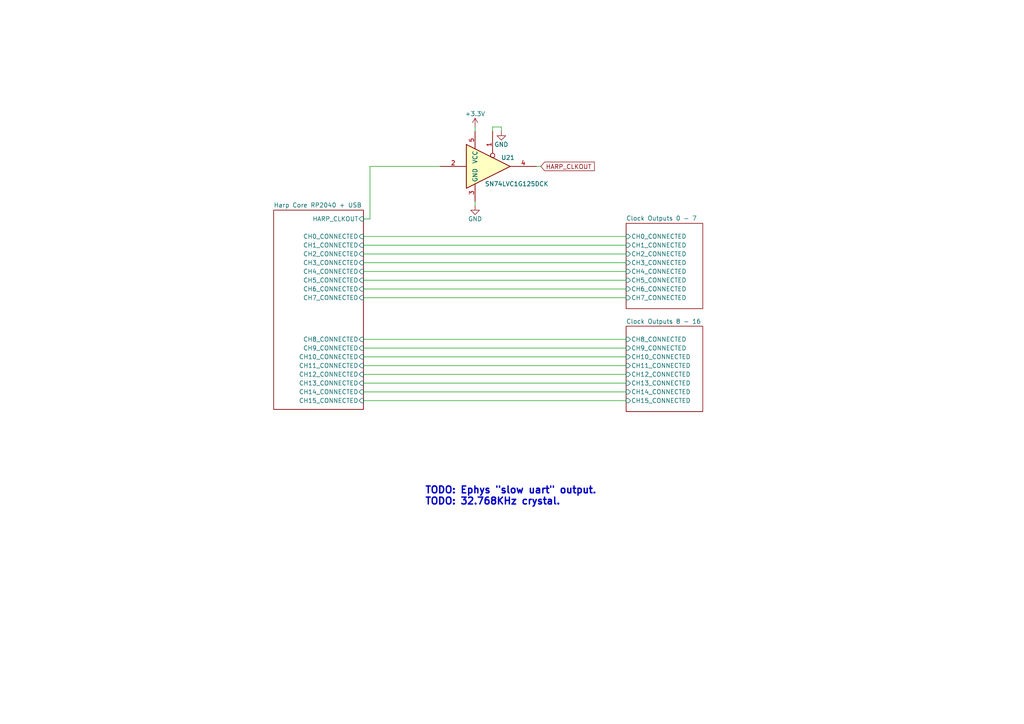
<source format=kicad_sch>
(kicad_sch (version 20230121) (generator eeschema)
  (paper "A4")
  (title_block (rev "0.1") (company "The Allen Institute"))
  (lib_symbols
    (symbol "+3.3V_1" (power) (pin_names (offset 0))
      (property "Value" "+3.3V_1" (at 0 3.556 0))
      (symbol "+3.3V_1_0_1"
        (polyline (pts (xy -0.762 1.27) (xy 0 2.54)))
        (polyline (pts (xy 0 0) (xy 0 2.54)))
        (polyline (pts (xy 0 2.54) (xy 0.762 1.27)))
      )
      (symbol "+3.3V_1_1_1"
        (pin power_in line (at 0 0 90) (length 0) hide (name "+3.3V") (number "1"))
      )
    )
    (symbol "74xGxx:SN74LVC1G125DCK"
      (property "Reference" "U" (at -10.16 7.62 0))
      (property "Value" "SN74LVC1G125DCK" (at 2.54 -7.62 0))
      (symbol "SN74LVC1G125DCK_0_1"
        (polyline (pts (xy -7.62 6.35) (xy -7.62 -6.35) (xy 5.08 0) (xy -7.62 6.35)) (stroke (width 0.254)) (fill (type background)))
      )
      (symbol "SN74LVC1G125DCK_1_1"
        (pin input inverted (at 0 10.16 270) (length 7.62) (name "~") (number "1"))
        (pin input line (at -15.24 0 0) (length 7.62) (name "~") (number "2"))
        (pin power_in line (at -5.08 -10.16 90) (length 5.08) (name "GND") (number "3"))
        (pin tri_state line (at 12.7 0 180) (length 7.62) (name "~") (number "4"))
        (pin power_in line (at -5.08 10.16 270) (length 5.08) (name "VCC") (number "5"))
      )
    )
    (symbol "power:GND" (power) (pin_names (offset 0))
      (property "Value" "GND" (at 0 -3.81 0))
      (symbol "GND_0_1"
        (polyline (pts (xy 0 0) (xy 0 -1.27) (xy 1.27 -1.27) (xy 0 -2.54) (xy -1.27 -1.27) (xy 0 -1.27)))
      )
      (symbol "GND_1_1"
        (pin power_in line (at 0 0 270) (length 0) hide (name "GND") (number "1"))
      )
    )
  )
  (wire (pts (xy 155.575 48.26) (xy 156.845 48.26)))
  (wire (pts (xy 107.315 63.5) (xy 105.41 63.5)))
  (wire (pts (xy 105.41 68.58) (xy 181.61 68.58)))
  (wire (pts (xy 137.795 36.83) (xy 137.795 38.1)))
  (wire (pts (xy 145.415 38.1) (xy 145.415 36.83)))
  (wire (pts (xy 105.41 86.36) (xy 181.61 86.36)))
  (wire (pts (xy 107.315 48.26) (xy 107.315 63.5)))
  (wire (pts (xy 105.41 81.28) (xy 181.61 81.28)))
  (wire (pts (xy 105.41 100.965) (xy 181.61 100.965)))
  (wire (pts (xy 137.795 58.42) (xy 137.795 59.69)))
  (wire (pts (xy 105.41 83.82) (xy 181.61 83.82)))
  (wire (pts (xy 105.41 108.585) (xy 181.61 108.585)))
  (wire (pts (xy 105.41 103.505) (xy 181.61 103.505)))
  (wire (pts (xy 107.315 48.26) (xy 127.635 48.26)))
  (wire (pts (xy 105.41 116.205) (xy 181.61 116.205)))
  (wire (pts (xy 105.41 78.74) (xy 181.61 78.74)))
  (wire (pts (xy 105.41 73.66) (xy 181.61 73.66)))
  (wire (pts (xy 105.41 71.12) (xy 181.61 71.12)))
  (wire (pts (xy 145.415 36.83) (xy 142.875 36.83)))
  (wire (pts (xy 142.875 36.83) (xy 142.875 38.1)))
  (wire (pts (xy 105.41 106.045) (xy 181.61 106.045)))
  (wire (pts (xy 105.41 113.665) (xy 181.61 113.665)))
  (wire (pts (xy 105.41 111.125) (xy 181.61 111.125)))
  (wire (pts (xy 105.41 98.425) (xy 181.61 98.425)))
  (wire (pts (xy 105.41 76.2) (xy 181.61 76.2)))
  (text "TODO: Ephys \"slow uart\" output.\nTODO: 32.768KHz crystal." (at 123.19 146.685 0) (effects (font (size 2 2) (thickness 0.4) bold) (justify left bottom)))
  (global_label "HARP_CLKOUT" (shape input) (at 156.845 48.26 0) (property "Intersheetrefs" "${INTERSHEET_REFS}" (effects hide)))
  (symbol (lib_id "74xGxx:SN74LVC1G125DCK") (at 142.875 48.26 0) (unit 1)
    (property "Reference" "U21" (at 147.32 45.72 0))
    (property "Value" "SN74LVC1G125DCK" (at 149.86 53.34 0))
    (property "Footprint" "Package_TO_SOT_SMD:Texas_R-PDSO-G5_DCK-5" (effects hide))
    (property "Datasheet" "http://www.ti.com/lit/ds/symlink/sn74lvc1g125.pdf" (effects hide))
    (property "Link" "https://www.digikey.com/en/products/detail/texas-instruments/SN74LVC1G125DCKR/385721" (effects hide))
  )
  (symbol (lib_name "+3.3V_1") (lib_id "power:+3.3V") (at 137.795 36.83 0) (unit 1)
    (property "Reference" "#PWR0139" (effects hide))
    (property "Value" "+3.3V" (at 137.795 33.02 0))
  )
  (symbol (lib_id "power:GND") (at 137.795 59.69 0) (unit 1)
    (property "Reference" "#PWR0140" (effects hide))
    (property "Value" "GND" (at 137.795 63.5 0))
  )
  (symbol (lib_id "power:GND") (at 145.415 38.1 0) (unit 1)
    (property "Reference" "#PWR0138" (effects hide))
    (property "Value" "GND" (at 145.415 41.91 0))
  )
  (sheet (at 181.61 94.615) (size 22.225 24.765) (stroke (width 0.1524))
    (property "Sheetname" "Clock Outputs 8 - 16" (at 181.61 93.98 0) (effects (justify left bottom)))
    (property "Sheetfile" "clk_outputs_8_thru_16.kicad_sch" (effects hide))
    (pin "CH8_CONNECTED" input (at 181.61 98.425 180))
    (pin "CH9_CONNECTED" input (at 181.61 100.965 180))
    (pin "CH11_CONNECTED" input (at 181.61 106.045 180))
    (pin "CH10_CONNECTED" input (at 181.61 103.505 180))
    (pin "CH13_CONNECTED" input (at 181.61 111.125 180))
    (pin "CH12_CONNECTED" input (at 181.61 108.585 180))
    (pin "CH15_CONNECTED" input (at 181.61 116.205 180))
    (pin "CH14_CONNECTED" input (at 181.61 113.665 180))
  )
  (sheet (at 181.61 64.77) (size 22.225 24.765) (stroke (width 0.1524))
    (property "Sheetname" "Clock Outputs 0 - 7" (at 181.61 64.0584 0) (effects (justify left bottom)))
    (property "Sheetfile" "clk_outputs_0_thru_7.kicad_sch" (effects hide))
    (pin "CH3_CONNECTED" input (at 181.61 76.2 180))
    (pin "CH2_CONNECTED" input (at 181.61 73.66 180))
    (pin "CH1_CONNECTED" input (at 181.61 71.12 180))
    (pin "CH0_CONNECTED" input (at 181.61 68.58 180))
    (pin "CH7_CONNECTED" input (at 181.61 86.36 180))
    (pin "CH6_CONNECTED" input (at 181.61 83.82 180))
    (pin "CH5_CONNECTED" input (at 181.61 81.28 180))
    (pin "CH4_CONNECTED" input (at 181.61 78.74 180))
  )
  (sheet (at 79.375 60.96) (size 26.035 57.785) (stroke (width 0.1524))
    (property "Sheetname" "Harp Core RP2040 + USB" (at 79.375 60.2484 0) (effects (justify left bottom)))
    (property "Sheetfile" "rp2040_with_usb.kicad_sch" (effects hide))
    (pin "HARP_CLKOUT" input (at 105.41 63.5 0))
    (pin "CH0_CONNECTED" input (at 105.41 68.58 0))
    (pin "CH1_CONNECTED" input (at 105.41 71.12 0))
    (pin "CH3_CONNECTED" input (at 105.41 76.2 0))
    (pin "CH4_CONNECTED" input (at 105.41 78.74 0))
    (pin "CH5_CONNECTED" input (at 105.41 81.28 0))
    (pin "CH6_CONNECTED" input (at 105.41 83.82 0))
    (pin "CH2_CONNECTED" input (at 105.41 73.66 0))
    (pin "CH7_CONNECTED" input (at 105.41 86.36 0))
    (pin "CH8_CONNECTED" input (at 105.41 98.425 0))
    (pin "CH9_CONNECTED" input (at 105.41 100.965 0))
    (pin "CH10_CONNECTED" input (at 105.41 103.505 0))
    (pin "CH11_CONNECTED" input (at 105.41 106.045 0))
    (pin "CH12_CONNECTED" input (at 105.41 108.585 0))
    (pin "CH15_CONNECTED" input (at 105.41 116.205 0))
    (pin "CH13_CONNECTED" input (at 105.41 111.125 0))
    (pin "CH14_CONNECTED" input (at 105.41 113.665 0))
  )
)
</source>
